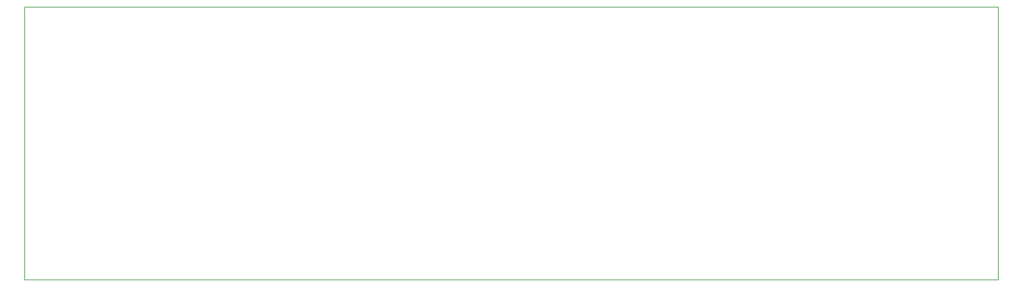
<source format=gm1>
G04 #@! TF.FileFunction,Profile,NP*
%FSLAX45Y45*%
G04 Gerber Fmt 4.5, Leading zero omitted, Abs format (unit mm)*
G04 Created by KiCad (PCBNEW 4.0.1-stable) date 3/8/2016 22:23:00*
%MOMM*%
G01*
G04 APERTURE LIST*
%ADD10C,0.254000*%
%ADD11C,0.150000*%
G04 APERTURE END LIST*
D10*
D11*
X26670000Y-12446000D02*
X1270000Y-12446000D01*
X26670000Y-5334000D02*
X26670000Y-12446000D01*
X1270000Y-5334000D02*
X26670000Y-5334000D01*
X1270000Y-12446000D02*
X1270000Y-5334000D01*
M02*

</source>
